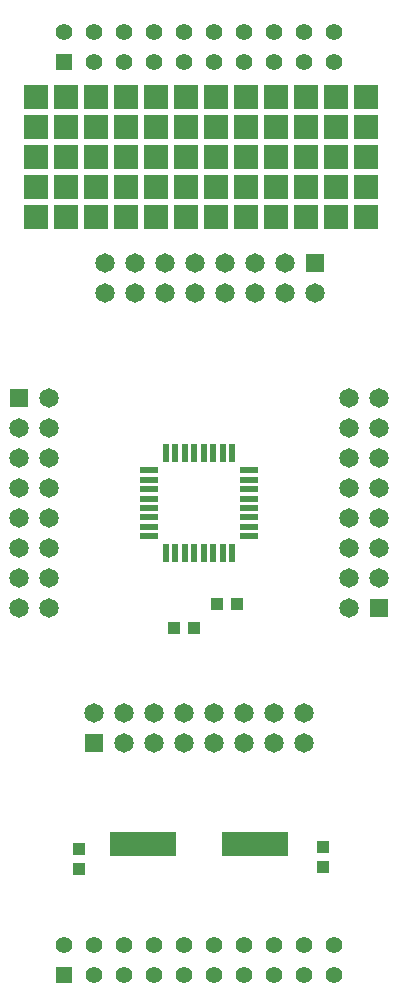
<source format=gbr>
%TF.GenerationSoftware,Altium Limited,Altium Designer,23.4.1 (23)*%
G04 Layer_Color=255*
%FSLAX45Y45*%
%MOMM*%
%TF.SameCoordinates,37F79050-5382-499E-8BED-BD4E09E40BF1*%
%TF.FilePolarity,Positive*%
%TF.FileFunction,Pads,Top*%
%TF.Part,Single*%
G01*
G75*
%TA.AperFunction,SMDPad,CuDef*%
%ADD11R,1.10000X1.00000*%
%ADD12R,1.50000X0.60000*%
%ADD13R,0.60000X1.50000*%
%ADD14R,1.00000X1.10000*%
%ADD15R,5.60000X2.10000*%
%TA.AperFunction,ComponentPad*%
%ADD16C,1.39000*%
%ADD17R,1.39000X1.39000*%
%ADD18R,1.65000X1.65000*%
%ADD19C,1.65000*%
%TA.AperFunction,ViaPad*%
%ADD20R,2.00000X2.00000*%
%TA.AperFunction,ComponentPad*%
%ADD21R,1.65000X1.65000*%
D11*
X1609000Y3444875D02*
D03*
X1439000D02*
D03*
X1974125Y3651250D02*
D03*
X1804125D02*
D03*
D12*
X1225000Y4220000D02*
D03*
Y4300000D02*
D03*
Y4380000D02*
D03*
Y4460000D02*
D03*
Y4540000D02*
D03*
Y4620000D02*
D03*
Y4700000D02*
D03*
Y4780000D02*
D03*
X2075000D02*
D03*
Y4700000D02*
D03*
Y4620000D02*
D03*
Y4540000D02*
D03*
Y4460000D02*
D03*
Y4380000D02*
D03*
Y4300000D02*
D03*
Y4220000D02*
D03*
D13*
X1370000Y4925000D02*
D03*
X1450000D02*
D03*
X1530000D02*
D03*
X1610000D02*
D03*
X1690000D02*
D03*
X1770000D02*
D03*
X1850000D02*
D03*
X1930000D02*
D03*
Y4075000D02*
D03*
X1850000D02*
D03*
X1770000D02*
D03*
X1690000D02*
D03*
X1610000D02*
D03*
X1530000D02*
D03*
X1450000D02*
D03*
X1370000D02*
D03*
D14*
X635000Y1407250D02*
D03*
Y1577250D02*
D03*
X2698750Y1423125D02*
D03*
Y1593125D02*
D03*
D15*
X2125000Y1619250D02*
D03*
X1175000D02*
D03*
D16*
X2794000Y8492000D02*
D03*
Y8238000D02*
D03*
X2540000Y8492000D02*
D03*
Y8238000D02*
D03*
X2286000Y8492000D02*
D03*
Y8238000D02*
D03*
X2032000Y8492000D02*
D03*
Y8238000D02*
D03*
X1778000Y8492000D02*
D03*
Y8238000D02*
D03*
X1524000Y8492000D02*
D03*
Y8238000D02*
D03*
X1270000Y8492000D02*
D03*
Y8238000D02*
D03*
X1016000Y8492000D02*
D03*
Y8238000D02*
D03*
X762000Y8492000D02*
D03*
Y8238000D02*
D03*
X508000Y8492000D02*
D03*
X2794000Y762000D02*
D03*
Y508000D02*
D03*
X2540000Y762000D02*
D03*
Y508000D02*
D03*
X2286000Y762000D02*
D03*
Y508000D02*
D03*
X2032000Y762000D02*
D03*
Y508000D02*
D03*
X1778000Y762000D02*
D03*
Y508000D02*
D03*
X1524000Y762000D02*
D03*
Y508000D02*
D03*
X1270000Y762000D02*
D03*
Y508000D02*
D03*
X1016000Y762000D02*
D03*
Y508000D02*
D03*
X762000Y762000D02*
D03*
Y508000D02*
D03*
X508000Y762000D02*
D03*
D17*
Y8238000D02*
D03*
Y508000D02*
D03*
D18*
X3173000Y3611000D02*
D03*
X127000Y5389000D02*
D03*
D19*
X2919000Y3611000D02*
D03*
X3173000Y3865000D02*
D03*
X2919000D02*
D03*
X3173000Y4119000D02*
D03*
X2919000D02*
D03*
X3173000Y4373000D02*
D03*
X2919000D02*
D03*
X3173000Y4627000D02*
D03*
X2919000D02*
D03*
X3173000Y4881000D02*
D03*
X2919000D02*
D03*
X3173000Y5135000D02*
D03*
X2919000D02*
D03*
X3173000Y5389000D02*
D03*
X2919000D02*
D03*
X381000D02*
D03*
X127000Y5135000D02*
D03*
X381000D02*
D03*
X127000Y4881000D02*
D03*
X381000D02*
D03*
X127000Y4627000D02*
D03*
X381000D02*
D03*
X127000Y4373000D02*
D03*
X381000D02*
D03*
X127000Y4119000D02*
D03*
X381000D02*
D03*
X127000Y3865000D02*
D03*
X381000D02*
D03*
X127000Y3611000D02*
D03*
X381000D02*
D03*
X761000Y2722000D02*
D03*
X1015000Y2468000D02*
D03*
Y2722000D02*
D03*
X1269000Y2468000D02*
D03*
Y2722000D02*
D03*
X1523000Y2468000D02*
D03*
Y2722000D02*
D03*
X1777000Y2468000D02*
D03*
Y2722000D02*
D03*
X2031000Y2468000D02*
D03*
Y2722000D02*
D03*
X2285000Y2468000D02*
D03*
Y2722000D02*
D03*
X2539000Y2468000D02*
D03*
Y2722000D02*
D03*
X2635250Y6278000D02*
D03*
X2381250Y6532000D02*
D03*
Y6278000D02*
D03*
X2127250Y6532000D02*
D03*
Y6278000D02*
D03*
X1873250Y6532000D02*
D03*
Y6278000D02*
D03*
X1619250Y6532000D02*
D03*
Y6278000D02*
D03*
X1365250Y6532000D02*
D03*
Y6278000D02*
D03*
X1111250Y6532000D02*
D03*
Y6278000D02*
D03*
X857250Y6532000D02*
D03*
Y6278000D02*
D03*
D20*
X2555875Y6921500D02*
D03*
X2301875D02*
D03*
X2809875D02*
D03*
X3063875D02*
D03*
X1539875D02*
D03*
X1793875D02*
D03*
X2047875D02*
D03*
X1285875D02*
D03*
X777875D02*
D03*
X523875D02*
D03*
X1031875D02*
D03*
X269875D02*
D03*
X2555875Y7175500D02*
D03*
X2301875D02*
D03*
X2809875D02*
D03*
X3063875D02*
D03*
X1539875D02*
D03*
X1793875D02*
D03*
X2047875D02*
D03*
X1285875D02*
D03*
X777875D02*
D03*
X523875D02*
D03*
X1031875D02*
D03*
X269875D02*
D03*
Y7429500D02*
D03*
X1031875D02*
D03*
X523875D02*
D03*
X777875D02*
D03*
X1285875D02*
D03*
X2047875D02*
D03*
X1793875D02*
D03*
X1539875D02*
D03*
X3063875D02*
D03*
X2809875D02*
D03*
X2301875D02*
D03*
X2555875D02*
D03*
X2301875Y7937500D02*
D03*
Y7683500D02*
D03*
X2555875D02*
D03*
Y7937500D02*
D03*
X3063875D02*
D03*
Y7683500D02*
D03*
X2809875D02*
D03*
Y7937500D02*
D03*
X1285875D02*
D03*
Y7683500D02*
D03*
X1539875D02*
D03*
Y7937500D02*
D03*
X2047875D02*
D03*
Y7683500D02*
D03*
X1793875D02*
D03*
Y7937500D02*
D03*
X777875D02*
D03*
Y7683500D02*
D03*
X1031875D02*
D03*
Y7937500D02*
D03*
X523875D02*
D03*
Y7683500D02*
D03*
X269875D02*
D03*
Y7937500D02*
D03*
D21*
X761000Y2468000D02*
D03*
X2635250Y6532000D02*
D03*
%TF.MD5,7881c62aa9ea46470cfa9c7079dc609d*%
M02*

</source>
